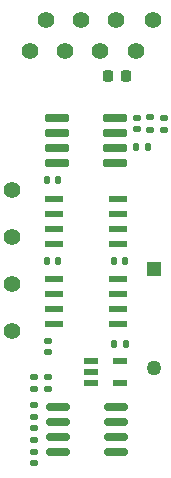
<source format=gts>
%TF.GenerationSoftware,KiCad,Pcbnew,(6.0.7)*%
%TF.CreationDate,2023-02-07T15:13:14-05:00*%
%TF.ProjectId,DCA_USMR_Sens,4443415f-5553-44d5-925f-53656e732e6b,v1.1*%
%TF.SameCoordinates,Original*%
%TF.FileFunction,Soldermask,Top*%
%TF.FilePolarity,Negative*%
%FSLAX46Y46*%
G04 Gerber Fmt 4.6, Leading zero omitted, Abs format (unit mm)*
G04 Created by KiCad (PCBNEW (6.0.7)) date 2023-02-07 15:13:14*
%MOMM*%
%LPD*%
G01*
G04 APERTURE LIST*
G04 Aperture macros list*
%AMRoundRect*
0 Rectangle with rounded corners*
0 $1 Rounding radius*
0 $2 $3 $4 $5 $6 $7 $8 $9 X,Y pos of 4 corners*
0 Add a 4 corners polygon primitive as box body*
4,1,4,$2,$3,$4,$5,$6,$7,$8,$9,$2,$3,0*
0 Add four circle primitives for the rounded corners*
1,1,$1+$1,$2,$3*
1,1,$1+$1,$4,$5*
1,1,$1+$1,$6,$7*
1,1,$1+$1,$8,$9*
0 Add four rect primitives between the rounded corners*
20,1,$1+$1,$2,$3,$4,$5,0*
20,1,$1+$1,$4,$5,$6,$7,0*
20,1,$1+$1,$6,$7,$8,$9,0*
20,1,$1+$1,$8,$9,$2,$3,0*%
G04 Aperture macros list end*
%ADD10RoundRect,0.140000X0.140000X0.170000X-0.140000X0.170000X-0.140000X-0.170000X0.140000X-0.170000X0*%
%ADD11RoundRect,0.042000X0.943000X0.258000X-0.943000X0.258000X-0.943000X-0.258000X0.943000X-0.258000X0*%
%ADD12RoundRect,0.135000X0.185000X-0.135000X0.185000X0.135000X-0.185000X0.135000X-0.185000X-0.135000X0*%
%ADD13C,1.400000*%
%ADD14RoundRect,0.140000X0.170000X-0.140000X0.170000X0.140000X-0.170000X0.140000X-0.170000X-0.140000X0*%
%ADD15RoundRect,0.140000X-0.140000X-0.170000X0.140000X-0.170000X0.140000X0.170000X-0.140000X0.170000X0*%
%ADD16RoundRect,0.225000X-0.225000X-0.250000X0.225000X-0.250000X0.225000X0.250000X-0.225000X0.250000X0*%
%ADD17RoundRect,0.135000X-0.185000X0.135000X-0.185000X-0.135000X0.185000X-0.135000X0.185000X0.135000X0*%
%ADD18RoundRect,0.135000X0.135000X0.185000X-0.135000X0.185000X-0.135000X-0.185000X0.135000X-0.185000X0*%
%ADD19R,1.550000X0.600000*%
%ADD20RoundRect,0.088500X-0.516500X-0.206500X0.516500X-0.206500X0.516500X0.206500X-0.516500X0.206500X0*%
%ADD21RoundRect,0.150000X0.825000X0.150000X-0.825000X0.150000X-0.825000X-0.150000X0.825000X-0.150000X0*%
%ADD22C,1.268000*%
%ADD23R,1.268000X1.268000*%
G04 APERTURE END LIST*
D10*
%TO.C,C2*%
X223785000Y-136159167D03*
X224745000Y-136159167D03*
%TD*%
D11*
%TO.C,U5*%
X224650000Y-127834167D03*
X224650000Y-126564167D03*
X224650000Y-125294167D03*
X224650000Y-124024167D03*
X229590000Y-124024167D03*
X229590000Y-125294167D03*
X229590000Y-126564167D03*
X229590000Y-127834167D03*
%TD*%
D12*
%TO.C,R4*%
X232555000Y-124019167D03*
X232555000Y-125039167D03*
%TD*%
D13*
%TO.C,H1*%
X220880000Y-142114167D03*
%TD*%
D14*
%TO.C,C3*%
X222725000Y-153299167D03*
X222725000Y-152339167D03*
%TD*%
D13*
%TO.C,H2*%
X220880000Y-138134167D03*
%TD*%
%TO.C,H7*%
X231381112Y-118351389D03*
%TD*%
D12*
%TO.C,R2*%
X222715000Y-148349167D03*
X222715000Y-149369167D03*
%TD*%
D15*
%TO.C,C8*%
X224745000Y-129329167D03*
X223785000Y-129329167D03*
%TD*%
D16*
%TO.C,C10*%
X230535000Y-120531389D03*
X228985000Y-120531389D03*
%TD*%
D15*
%TO.C,C9*%
X230410000Y-136189167D03*
X229450000Y-136189167D03*
%TD*%
D13*
%TO.C,H9*%
X222342778Y-118351389D03*
%TD*%
D14*
%TO.C,C5*%
X222720000Y-146009167D03*
X222720000Y-146969167D03*
%TD*%
%TO.C,C4*%
X223930000Y-146019167D03*
X223930000Y-146979167D03*
%TD*%
D17*
%TO.C,R3*%
X233685000Y-125049167D03*
X233685000Y-124029167D03*
%TD*%
D13*
%TO.C,H10*%
X223696111Y-115741389D03*
%TD*%
D18*
%TO.C,R5*%
X231370000Y-126559167D03*
X232390000Y-126559167D03*
%TD*%
D13*
%TO.C,H8*%
X232767778Y-115741389D03*
%TD*%
D19*
%TO.C,U3*%
X224405000Y-134692917D03*
X224405000Y-133422917D03*
X224405000Y-132152917D03*
X224405000Y-130882917D03*
X229805000Y-130882917D03*
X229805000Y-132152917D03*
X229805000Y-133422917D03*
X229805000Y-134692917D03*
%TD*%
D13*
%TO.C,H3*%
X220880000Y-134154167D03*
%TD*%
D12*
%TO.C,R1*%
X222715000Y-150319167D03*
X222715000Y-151339167D03*
%TD*%
D13*
%TO.C,H11*%
X225355556Y-118351389D03*
%TD*%
D20*
%TO.C,U4*%
X230025000Y-144629167D03*
X230025000Y-146529167D03*
X227515000Y-146529167D03*
X227515000Y-145579167D03*
X227515000Y-144629167D03*
%TD*%
D13*
%TO.C,H6*%
X229693889Y-115741389D03*
%TD*%
D14*
%TO.C,C7*%
X231435000Y-124039167D03*
X231435000Y-124999167D03*
%TD*%
D19*
%TO.C,U2*%
X224382500Y-141489167D03*
X224382500Y-140219167D03*
X224382500Y-138949167D03*
X224382500Y-137679167D03*
X229782500Y-137679167D03*
X229782500Y-138949167D03*
X229782500Y-140219167D03*
X229782500Y-141489167D03*
%TD*%
D14*
%TO.C,C1*%
X223920000Y-142939167D03*
X223920000Y-143899167D03*
%TD*%
D21*
%TO.C,U1*%
X224710000Y-152354167D03*
X224710000Y-151084167D03*
X224710000Y-149814167D03*
X224710000Y-148544167D03*
X229660000Y-148544167D03*
X229660000Y-149814167D03*
X229660000Y-151084167D03*
X229660000Y-152354167D03*
%TD*%
D22*
%TO.C,D1*%
X232910000Y-145192167D03*
D23*
X232910000Y-136839167D03*
%TD*%
D13*
%TO.C,H5*%
X228318334Y-118351389D03*
%TD*%
D10*
%TO.C,C6*%
X229500000Y-143159167D03*
X230460000Y-143159167D03*
%TD*%
D13*
%TO.C,H4*%
X220880000Y-130174167D03*
%TD*%
%TO.C,H12*%
X226720000Y-115741389D03*
%TD*%
M02*

</source>
